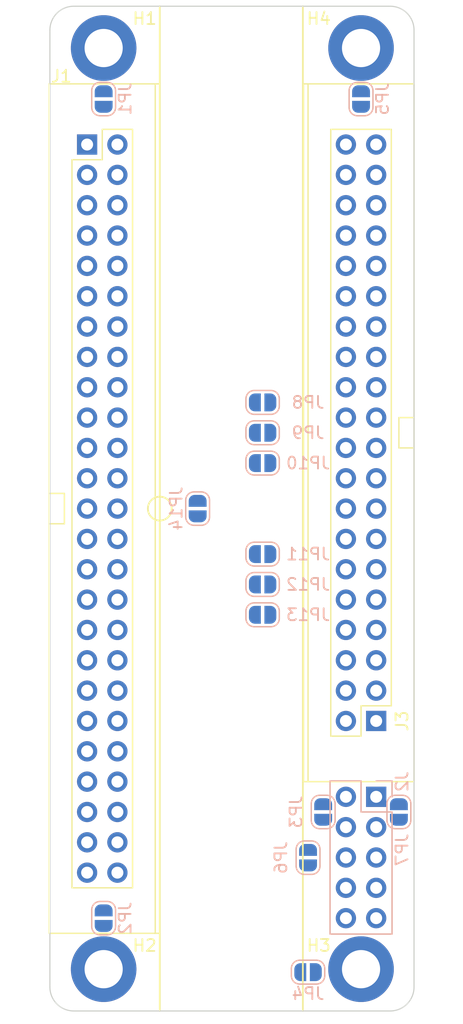
<source format=kicad_pcb>
(kicad_pcb (version 20211014) (generator pcbnew)
  (layers (0 "F.Cu" signal) (31 "B.Cu" signal) (34 "B.Paste" user) (35 "F.Paste" user) (36 "B.SilkS" user "B.Silkscreen") (37 "F.SilkS" user "F.Silkscreen") (38 "B.Mask" user) (39 "F.Mask" user) (44 "Edge.Cuts" user))
  (net 0 "")
  (net 1 "Net-(H1-Pad1)")
  (net 2 "Net-(H2-Pad1)")
  (net 3 "Net-(H3-Pad1)")
  (net 4 "Net-(H4-Pad1)")
  (net 5 "/PT_S1")
  (net 6 "/PT_F1")
  (net 7 "/PT_S2")
  (net 8 "/PT_F2")
  (net 9 "/PT_S3")
  (net 10 "/PT_F3")
  (net 11 "/PT_S4")
  (net 12 "/PT_F4")
  (net 13 "/PT_S5")
  (net 14 "/PT_F5")
  (net 15 "/PT_S6")
  (net 16 "/PT_F6")
  (net 17 "/PT_S7")
  (net 18 "/PT_F7")
  (net 19 "/PT_S8")
  (net 20 "/PT_F8")
  (net 21 "/PT_S9")
  (net 22 "/PT_F9")
  (net 23 "/PT_S10")
  (net 24 "/PT_F10")
  (net 25 "/PT_S11")
  (net 26 "/PT_F11")
  (net 27 "/PT_S12")
  (net 28 "/PT_F12")
  (net 29 "/PT_S13")
  (net 30 "/PT_F13")
  (net 31 "/PT_S14")
  (net 32 "/PT_F14")
  (net 33 "/PT_S15")
  (net 34 "/PT_F15")
  (net 35 "/PT_S16")
  (net 36 "/PT_F16")
  (net 37 "/PT_S17")
  (net 38 "/PT_F17")
  (net 39 "/PT_S18")
  (net 40 "/PT_F18")
  (net 41 "/PT_S19")
  (net 42 "/PT_F19")
  (net 43 "/PT_S20")
  (net 44 "/PT_F20")
  (net 45 "/RTD1")
  (net 46 "/RTD2")
  (net 47 "GND1")
  (net 48 "GND2")
  (net 49 "Earth_Protective")
  (net 50 "/RTD_B_F")
  (net 51 "/RTD_A_F")
  (net 52 "/RTD_B_S")
  (net 53 "/RTD_A_S")
  (net 54 "GND")
  (net 55 "GND3")
  (footprint "MountingHole:MountingHole_3.2mm_M3_ISO14580_Pad" (layer "F.Cu") (at 16.88084 38.56)
    (fp_text reference "H3" (at -3.54584 -1.98) (layer "F.SilkS"))
    (fp_text value "MountingHole_Pad")
    (pad "1" thru_hole circle (at 0 0) (size 5.5 5.5) (drill 3.2) (layers *.Cu *.Mask) (net 3 "Net-(H3-Pad1)"))
  )
  (footprint "MountingHole:MountingHole_3.2mm_M3_ISO14580_Pad" (layer "F.Cu") (at -4.70916 -38.56)
    (fp_text reference "H1" (at 3.43916 -2.465) (layer "F.SilkS"))
    (fp_text value "MountingHole_Pad")
    (pad "1" thru_hole circle (at 0 0) (size 5.5 5.5) (drill 3.2) (layers *.Cu *.Mask) (net 1 "Net-(H1-Pad1)"))
  )
  (footprint "MountingHole:MountingHole_3.2mm_M3_ISO14580_Pad" (layer "F.Cu") (at -4.70916 38.56)
    (fp_text reference "H2" (at 3.43916 -1.98) (layer "F.SilkS"))
    (fp_text value "MountingHole_Pad")
    (pad "1" thru_hole circle (at 0 0) (size 5.5 5.5) (drill 3.2) (layers *.Cu *.Mask) (net 2 "Net-(H2-Pad1)"))
  )
  (footprint "custom_footprints:TST-120-01-G-D" (layer "F.Cu") (at 18.15084 17.78 180)
    (fp_text reference "J3" (at -2.16916 0 270) (layer "F.SilkS"))
    (fp_text value "Conn_02x20_Odd_Even")
    (fp_line (start 1.27 1.27) (end -1.27 1.27) (layer "F.SilkS") (width 0.12))
    (fp_line (start 6.096 -5.08) (end 6.096 53.34) (layer "F.SilkS") (width 0.12))
    (fp_line (start -1.27 1.27) (end -1.27 49.53) (layer "F.SilkS") (width 0.12))
    (fp_line (start 3.81 -1.27) (end 3.81 49.53) (layer "F.SilkS") (width 0.12))
    (fp_line (start 5.715 53.34) (end 6.096 53.34) (layer "F.SilkS") (width 0.12))
    (fp_line (start 3.81 49.53) (end -1.27 49.53) (layer "F.SilkS") (width 0.12))
    (fp_line (start 5.715 -5.08) (end 6.096 -5.08) (layer "F.SilkS") (width 0.12))
    (fp_line (start -1.905 25.4) (end -1.905 22.86) (layer "F.SilkS") (width 0.12))
    (fp_line (start 3.81 -1.27) (end 1.27 -1.27) (layer "F.SilkS") (width 0.12))
    (fp_line (start 1.27 -1.27) (end 1.27 1.27) (layer "F.SilkS") (width 0.12))
    (fp_line (start -1.905 22.86) (end -3.175 22.86) (layer "F.SilkS") (width 0.12))
    (fp_line (start -1.905 25.4) (end -3.175 25.4) (layer "F.SilkS") (width 0.12))
    (fp_rect (start -3.175 -5.08) (end 5.715 53.34) (layer "F.SilkS") (width 0.12) (fill none))
    (pad "1" thru_hole rect (at 0 0 180) (size 1.7 1.7) (drill 1) (layers *.Cu *.Mask) (net 44 "/PT_F20"))
    (pad "2" thru_hole oval (at 2.54 0 180) (size 1.7 1.7) (drill 1) (layers *.Cu *.Mask) (net 43 "/PT_S20"))
    (pad "3" thru_hole oval (at 0 2.54 180) (size 1.7 1.7) (drill 1) (layers *.Cu *.Mask) (net 42 "/PT_F19"))
    (pad "4" thru_hole oval (at 2.54 2.54 180) (size 1.7 1.7) (drill 1) (layers *.Cu *.Mask) (net 41 "/PT_S19"))
    (pad "5" thru_hole oval (at 0 5.08 180) (size 1.7 1.7) (drill 1) (layers *.Cu *.Mask) (net 40 "/PT_F18"))
    (pad "6" thru_hole oval (at 2.54 5.08 180) (size 1.7 1.7) (drill 1) (layers *.Cu *.Mask) (net 39 "/PT_S18"))
    (pad "7" thru_hole oval (at 0 7.62 180) (size 1.7 1.7) (drill 1) (layers *.Cu *.Mask) (net 38 "/PT_F17"))
    (pad "8" thru_hole oval (at 2.54 7.62 180) (size 1.7 1.7) (drill 1) (layers *.Cu *.Mask) (net 37 "/PT_S17"))
    (pad "9" thru_hole oval (at 0 10.16 180) (size 1.7 1.7) (drill 1) (layers *.Cu *.Mask) (net 36 "/PT_F16"))
    (pad "10" thru_hole oval (at 2.54 10.16 180) (size 1.7 1.7) (drill 1) (layers *.Cu *.Mask) (net 35 "/PT_S16"))
    (pad "11" thru_hole oval (at 0 12.7 180) (size 1.7 1.7) (drill 1) (layers *.Cu *.Mask) (net 34 "/PT_F15"))
    (pad "12" thru_hole oval (at 2.54 12.7 180) (size 1.7 1.7) (drill 1) (layers *.Cu *.Mask) (net 33 "/PT_S15"))
    (pad "13" thru_hole oval (at 0 15.24 180) (size 1.7 1.7) (drill 1) (layers *.Cu *.Mask) (net 32 "/PT_F14"))
    (pad "14" thru_hole oval (at 2.54 15.24 180) (size 1.7 1.7) (drill 1) (layers *.Cu *.Mask) (net 31 "/PT_S14"))
    (pad "15" thru_hole oval (at 0 17.78 180) (size 1.7 1.7) (drill 1) (layers *.Cu *.Mask) (net 30 "/PT_F13"))
    (pad "16" thru_hole oval (at 2.54 17.78 180) (size 1.7 1.7) (drill 1) (layers *.Cu *.Mask) (net 29 "/PT_S13"))
    (pad "17" thru_hole oval (at 0 20.32 180) (size 1.7 1.7) (drill 1) (layers *.Cu *.Mask) (net 28 "/PT_F12"))
    (pad "18" thru_hole oval (at 2.54 20.32 180) (size 1.7 1.7) (drill 1) (layers *.Cu *.Mask) (net 27 "/PT_S12"))
    (pad "19" thru_hole oval (at 0 22.86 180) (size 1.7 1.7) (drill 1) (layers *.Cu *.Mask) (net 26 "/PT_F11"))
    (pad "20" thru_hole oval (at 2.54 22.86 180) (size 1.7 1.7) (drill 1) (layers *.Cu *.Mask) (net 25 "/PT_S11"))
    (pad "21" thru_hole oval (at 0 25.4 180) (size 1.7 1.7) (drill 1) (layers *.Cu *.Mask) (net 24 "/PT_F10"))
    (pad "22" thru_hole oval (at 2.54 25.4 180) (size 1.7 1.7) (drill 1) (layers *.Cu *.Mask) (net 23 "/PT_S10"))
    (pad "23" thru_hole oval (at 0 27.94 180) (size 1.7 1.7) (drill 1) (layers *.Cu *.Mask) (net 22 "/PT_F9"))
    (pad "24" thru_hole oval (at 2.54 27.94 180) (size 1.7 1.7) (drill 1) (layers *.Cu *.Mask) (net 21 "/PT_S9"))
    (pad "25" thru_hole oval (at 0 30.48 180) (size 1.7 1.7) (drill 1) (layers *.Cu *.Mask) (net 20 "/PT_F8"))
    (pad "26" thru_hole oval (at 2.54 30.48 180) (size 1.7 1.7) (drill 1) (layers *.Cu *.Mask) (net 19 "/PT_S8"))
    (pad "27" thru_hole oval (at 0 33.02 180) (size 1.7 1.7) (drill 1) (layers *.Cu *.Mask) (net 18 "/PT_F7"))
    (pad "28" thru_hole oval (at 2.54 33.02 180) (size 1.7 1.7) (drill 1) (layers *.Cu *.Mask) (net 17 "/PT_S7"))
    (pad "29" thru_hole oval (at 0 35.56 180) (size 1.7 1.7) (drill 1) (layers *.Cu *.Mask) (net 16 "/PT_F6"))
    (pad "30" thru_hole oval (at 2.54 35.56 180) (size 1.7 1.7) (drill 1) (layers *.Cu *.Mask) (net 15 "/PT_S6"))
    (pad "31" thru_hole oval (at 0 38.1 180) (size 1.7 1.7) (drill 1) (layers *.Cu *.Mask) (net 14 "/PT_F5"))
    (pad "32" thru_hole oval (at 2.54 38.1 180) (size 1.7 1.7) (drill 1) (layers *.Cu *.Mask) (net 13 "/PT_S5"))
    (pad "33" thru_hole oval (at 0 40.64 180) (size 1.7 1.7) (drill 1) (layers *.Cu *.Mask) (net 12 "/PT_F4"))
    (pad "34" thru_hole oval (at 2.54 40.64 180) (size 1.7 1.7) (drill 1) (layers *.Cu *.Mask) (net 11 "/PT_S4"))
    (pad "35" thru_hole oval (at 0 43.18 180) (size 1.7 1.7) (drill 1) (layers *.Cu *.Mask) (net 10 "/PT_F3"))
    (pad "36" thru_hole oval (at 2.54 43.18 180) (size 1.7 1.7) (drill 1) (layers *.Cu *.Mask) (net 9 "/PT_S3"))
    (pad "37" thru_hole oval (at 0 45.72 180) (size 1.7 1.7) (drill 1) (layers *.Cu *.Mask) (net 8 "/PT_F2"))
    (pad "38" thru_hole oval (at 2.54 45.72 180) (size 1.7 1.7) (drill 1) (layers *.Cu *.Mask) (net 7 "/PT_S2"))
    (pad "39" thru_hole oval (at 0 48.26 180) (size 1.7 1.7) (drill 1) (layers *.Cu *.Mask) (net 6 "/PT_F1"))
    (pad "40" thru_hole oval (at 2.54 48.26 180) (size 1.7 1.7) (drill 1) (layers *.Cu *.Mask) (net 5 "/PT_S1"))
  )
  (footprint "custom_footprints:TST-125-01-G-D" (layer "F.Cu") (at -6.096 -30.48)
    (fp_text reference "J1" (at -2.159 -5.715) (layer "F.SilkS"))
    (fp_text value "Conn_02x25_Odd_Even")
    (fp_line (start 1.27 -1.27) (end 1.27 1.27) (layer "F.SilkS") (width 0.12))
    (fp_line (start 3.81 -1.27) (end 3.81 62.23) (layer "F.SilkS") (width 0.12))
    (fp_line (start -1.905 31.75) (end -1.905 29.21) (layer "F.SilkS") (width 0.12))
    (fp_line (start 6.096 -5.08) (end 6.096 66.04) (layer "F.SilkS") (width 0.12))
    (fp_line (start -1.905 31.75) (end -3.175 31.75) (layer "F.SilkS") (width 0.12))
    (fp_line (start -1.27 1.27) (end -1.27 62.23) (layer "F.SilkS") (width 0.12))
    (fp_line (start 3.81 62.23) (end -1.27 62.23) (layer "F.SilkS") (width 0.12))
    (fp_line (start 1.27 1.27) (end -1.27 1.27) (layer "F.SilkS") (width 0.12))
    (fp_line (start -1.905 29.21) (end -3.175 29.21) (layer "F.SilkS") (width 0.12))
    (fp_line (start 5.715 66.04) (end 6.096 66.04) (layer "F.SilkS") (width 0.12))
    (fp_line (start 5.715 -5.08) (end 6.096 -5.08) (layer "F.SilkS") (width 0.12))
    (fp_line (start 3.81 -1.27) (end 1.27 -1.27) (layer "F.SilkS") (width 0.12))
    (fp_rect (start -3.175 -5.08) (end 5.715 66.04) (layer "F.SilkS") (width 0.12) (fill none))
    (pad "1" thru_hole rect (at 0 0) (size 1.7 1.7) (drill 1) (layers *.Cu *.Mask) (net 5 "/PT_S1"))
    (pad "2" thru_hole oval (at 2.54 0) (size 1.7 1.7) (drill 1) (layers *.Cu *.Mask) (net 6 "/PT_F1"))
    (pad "3" thru_hole oval (at 0 2.54) (size 1.7 1.7) (drill 1) (layers *.Cu *.Mask) (net 7 "/PT_S2"))
    (pad "4" thru_hole oval (at 2.54 2.54) (size 1.7 1.7) (drill 1) (layers *.Cu *.Mask) (net 8 "/PT_F2"))
    (pad "5" thru_hole oval (at 0 5.08) (size 1.7 1.7) (drill 1) (layers *.Cu *.Mask) (net 9 "/PT_S3"))
    (pad "6" thru_hole oval (at 2.54 5.08) (size 1.7 1.7) (drill 1) (layers *.Cu *.Mask) (net 10 "/PT_F3"))
    (pad "7" thru_hole oval (at 0 7.62) (size 1.7 1.7) (drill 1) (layers *.Cu *.Mask) (net 11 "/PT_S4"))
    (pad "8" thru_hole oval (at 2.54 7.62) (size 1.7 1.7) (drill 1) (layers *.Cu *.Mask) (net 12 "/PT_F4"))
    (pad "9" thru_hole oval (at 0 10.16) (size 1.7 1.7) (drill 1) (layers *.Cu *.Mask) (net 13 "/PT_S5"))
    (pad "10" thru_hole oval (at 2.54 10.16) (size 1.7 1.7) (drill 1) (layers *.Cu *.Mask) (net 14 "/PT_F5"))
    (pad "11" thru_hole oval (at 0 12.7) (size 1.7 1.7) (drill 1) (layers *.Cu *.Mask) (net 15 "/PT_S6"))
    (pad "12" thru_hole oval (at 2.54 12.7) (size 1.7 1.7) (drill 1) (layers *.Cu *.Mask) (net 16 "/PT_F6"))
    (pad "13" thru_hole oval (at 0 15.24) (size 1.7 1.7) (drill 1) (layers *.Cu *.Mask) (net 17 "/PT_S7"))
    (pad "14" thru_hole oval (at 2.54 15.24) (size 1.7 1.7) (drill 1) (layers *.Cu *.Mask) (net 18 "/PT_F7"))
    (pad "15" thru_hole oval (at 0 17.78) (size 1.7 1.7) (drill 1) (layers *.Cu *.Mask) (net 19 "/PT_S8"))
    (pad "16" thru_hole oval (at 2.54 17.78) (size 1.7 1.7) (drill 1) (layers *.Cu *.Mask) (net 20 "/PT_F8"))
    (pad "17" thru_hole oval (at 0 20.32) (size 1.7 1.7) (drill 1) (layers *.Cu *.Mask) (net 21 "/PT_S9"))
    (pad "18" thru_hole oval (at 2.54 20.32) (size 1.7 1.7) (drill 1) (layers *.Cu *.Mask) (net 22 "/PT_F9"))
    (pad "19" thru_hole oval (at 0 22.86) (size 1.7 1.7) (drill 1) (layers *.Cu *.Mask) (net 23 "/PT_S10"))
    (pad "20" thru_hole oval (at 2.54 22.86) (size 1.7 1.7) (drill 1) (layers *.Cu *.Mask) (net 24 "/PT_F10"))
    (pad "21" thru_hole oval (at 0 25.4) (size 1.7 1.7) (drill 1) (layers *.Cu *.Mask) (net 25 "/PT_S11"))
    (pad "22" thru_hole oval (at 2.54 25.4) (size 1.7 1.7) (drill 1) (layers *.Cu *.Mask) (net 26 "/PT_F11"))
    (pad "23" thru_hole oval (at 0 27.94) (size 1.7 1.7) (drill 1) (layers *.Cu *.Mask) (net 27 "/PT_S12"))
    (pad "24" thru_hole oval (at 2.54 27.94) (size 1.7 1.7) (drill 1) (layers *.Cu *.Mask) (net 28 "/PT_F12"))
    (pad "25" thru_hole oval (at 0 30.48) (size 1.7 1.7) (drill 1) (layers *.Cu *.Mask) (net 29 "/PT_S13"))
    (pad "26" thru_hole oval (at 2.54 30.48) (size 1.7 1.7) (drill 1) (layers *.Cu *.Mask) (net 30 "/PT_F13"))
    (pad "27" thru_hole oval (at 0 33.02) (size 1.7 1.7) (drill 1) (layers *.Cu *.Mask) (net 31 "/PT_S14"))
    (pad "28" thru_hole oval (at 2.54 33.02) (size 1.7 1.7) (drill 1) (layers *.Cu *.Mask) (net 32 "/PT_F14"))
    (pad "29" thru_hole oval (at 0 35.56) (size 1.7 1.7) (drill 1) (layers *.Cu *.Mask) (net 33 "/PT_S15"))
    (pad "30" thru_hole oval (at 2.54 35.56) (size 1.7 1.7) (drill 1) (layers *.Cu *.Mask) (net 34 "/PT_F15"))
    (pad "31" thru_hole oval (at 0 38.1) (size 1.7 1.7) (drill 1) (layers *.Cu *.Mask) (net 35 "/PT_S16"))
    (pad "32" thru_hole oval (at 2.54 38.1) (size 1.7 1.7) (drill 1) (layers *.Cu *.Mask) (net 36 "/PT_F16"))
    (pad "33" thru_hole oval (at 0 40.64) (size 1.7 1.7) (drill 1) (layers *.Cu *.Mask) (net 37 "/PT_S17"))
    (pad "34" thru_hole oval (at 2.54 40.64) (size 1.7 1.7) (drill 1) (layers *.Cu *.Mask) (net 38 "/PT_F17"))
    (pad "35" thru_hole oval (at 0 43.18) (size 1.7 1.7) (drill 1) (layers *.Cu *.Mask) (net 39 "/PT_S18"))
    (pad "36" thru_hole oval (at 2.54 43.18) (size 1.7 1.7) (drill 1) (layers *.Cu *.Mask) (net 40 "/PT_F18"))
    (pad "37" thru_hole oval (at 0 45.72) (size 1.7 1.7) (drill 1) (layers *.Cu *.Mask) (net 41 "/PT_S19"))
    (pad "38" thru_hole oval (at 2.54 45.72) (size 1.7 1.7) (drill 1) (layers *.Cu *.Mask) (net 42 "/PT_F19"))
    (pad "39" thru_hole oval (at 0 48.26) (size 1.7 1.7) (drill 1) (layers *.Cu *.Mask) (net 43 "/PT_S20"))
    (pad "40" thru_hole oval (at 2.54 48.26) (size 1.7 1.7) (drill 1) (layers *.Cu *.Mask) (net 44 "/PT_F20"))
    (pad "41" thru_hole oval (at 0 50.8) (size 1.7 1.7) (drill 1) (layers *.Cu *.Mask) (net 45 "/RTD1"))
    (pad "42" thru_hole oval (at 2.54 50.8) (size 1.7 1.7) (drill 1) (layers *.Cu *.Mask) (net 46 "/RTD2"))
    (pad "43" thru_hole oval (at 0 53.34) (size 1.7 1.7) (drill 1) (layers *.Cu *.Mask) (net 45 "/RTD1"))
    (pad "44" thru_hole oval (at 2.54 53.34) (size 1.7 1.7) (drill 1) (layers *.Cu *.Mask) (net 46 "/RTD2"))
    (pad "45" thru_hole oval (at 0 55.88) (size 1.7 1.7) (drill 1) (layers *.Cu *.Mask) (net 47 "GND1"))
    (pad "46" thru_hole oval (at 2.54 55.88) (size 1.7 1.7) (drill 1) (layers *.Cu *.Mask) (net 48 "GND2"))
    (pad "47" thru_hole oval (at 0 58.42) (size 1.7 1.7) (drill 1) (layers *.Cu *.Mask) (net 49 "Earth_Protective"))
    (pad "48" thru_hole oval (at 2.54 58.42) (size 1.7 1.7) (drill 1) (layers *.Cu *.Mask) (net 49 "Earth_Protective"))
    (pad "49" thru_hole oval (at 0 60.96) (size 1.7 1.7) (drill 1) (layers *.Cu *.Mask) (net 49 "Earth_Protective"))
    (pad "50" thru_hole oval (at 2.54 60.96) (size 1.7 1.7) (drill 1) (layers *.Cu *.Mask) (net 49 "Earth_Protective"))
  )
  (footprint "MountingHole:MountingHole_3.2mm_M3_ISO14580_Pad" (layer "F.Cu") (at 16.88084 -38.56)
    (fp_text reference "H4" (at -3.54584 -2.465) (layer "F.SilkS"))
    (fp_text value "MountingHole_Pad")
    (pad "1" thru_hole circle (at 0 0) (size 5.5 5.5) (drill 3.2) (layers *.Cu *.Mask) (net 4 "Net-(H4-Pad1)"))
  )
  (footprint "Jumper:SolderJumper-2_P1.3mm_Open_RoundedPad1.0x1.5mm" (layer "B.Cu") (at 8.62584 -3.81 180)
    (fp_text reference "JP10" (at -3.81 0) (layer "B.SilkS") (effects (justify mirror)))
    (fp_text value "SolderJumper_2_Open")
    (fp_line (start -1.4 -0.3) (end -1.4 0.3) (layer "B.SilkS") (width 0.12))
    (fp_line (start 0.7 -1) (end -0.7 -1) (layer "B.SilkS") (width 0.12))
    (fp_line (start 1.4 0.3) (end 1.4 -0.3) (layer "B.SilkS") (width 0.12))
    (fp_line (start -0.7 1) (end 0.7 1) (layer "B.SilkS") (width 0.12))
    (fp_arc (start 0.7 -1) (mid 1.194975 -0.794975) (end 1.4 -0.3) (layer "B.SilkS") (width 0.12))
    (fp_arc (start 1.4 0.3) (mid 1.194975 0.794975) (end 0.7 1) (layer "B.SilkS") (width 0.12))
    (fp_arc (start -1.4 -0.3) (mid -1.194975 -0.794975) (end -0.7 -1) (layer "B.SilkS") (width 0.12))
    (fp_arc (start -0.7 1) (mid -1.194975 0.794975) (end -1.4 0.3) (layer "B.SilkS") (width 0.12))
    (pad "1" smd custom (at -0.65 0 180) (size 1 0.5) (layers "B.Cu" "B.Mask") (net 48 "GND2") (options (clearance outline) (anchor rect)) (primitives (gr_circle (center 0 -0.25) (end 0.5 -0.25) (width 0) (fill yes)) (gr_circle (center 0 0.25) (end 0.5 0.25) (width 0) (fill yes)) (gr_poly (pts (xy 0.5 -0.75) (xy 0 -0.75) (xy 0 0.75) (xy 0.5 0.75)) (width 0) (fill yes))))
    (pad "2" smd custom (at 0.65 0 180) (size 1 0.5) (layers "B.Cu" "B.Mask") (net 54 "GND") (options (clearance outline) (anchor rect)) (primitives (gr_circle (center 0 -0.25) (end 0.5 -0.25) (width 0) (fill yes)) (gr_circle (center 0 0.25) (end 0.5 0.25) (width 0) (fill yes)) (gr_poly (pts (xy 0 -0.75) (xy -0.5 -0.75) (xy -0.5 0.75) (xy 0 0.75)) (width 0) (fill yes))))
  )
  (footprint "Jumper:SolderJumper-2_P1.3mm_Open_RoundedPad1.0x1.5mm" (layer "B.Cu") (at -4.70916 -34.29 90)
    (fp_text reference "JP1" (at 0 1.8 90) (layer "B.SilkS") (effects (justify mirror)))
    (fp_text value "SolderJumper_2_Open")
    (fp_line (start -0.7 1) (end 0.7 1) (layer "B.SilkS") (width 0.12))
    (fp_line (start 0.7 -1) (end -0.7 -1) (layer "B.SilkS") (width 0.12))
    (fp_line (start 1.4 0.3) (end 1.4 -0.3) (layer "B.SilkS") (width 0.12))
    (fp_line (start -1.4 -0.3) (end -1.4 0.3) (layer "B.SilkS") (width 0.12))
    (fp_arc (start 0.7 -1) (mid 1.194975 -0.794975) (end 1.4 -0.3) (layer "B.SilkS") (width 0.12))
    (fp_arc (start -1.4 -0.3) (mid -1.194975 -0.794975) (end -0.7 -1) (layer "B.SilkS") (width 0.12))
    (fp_arc (start 1.4 0.3) (mid 1.194975 0.794975) (end 0.7 1) (layer "B.SilkS") (width 0.12))
    (fp_arc (start -0.7 1) (mid -1.194975 0.794975) (end -1.4 0.3) (layer "B.SilkS") (width 0.12))
    (pad "1" smd custom (at -0.65 0 90) (size 1 0.5) (layers "B.Cu" "B.Mask") (net 49 "Earth_Protective") (options (clearance outline) (anchor rect)) (primitives (gr_circle (center 0 -0.25) (end 0.5 -0.25) (width 0) (fill yes)) (gr_circle (center 0 0.25) (end 0.5 0.25) (width 0) (fill yes)) (gr_poly (pts (xy 0.5 -0.75) (xy 0 -0.75) (xy 0 0.75) (xy 0.5 0.75)) (width 0) (fill yes))))
    (pad "2" smd custom (at 0.65 0 90) (size 1 0.5) (layers "B.Cu" "B.Mask") (net 1 "Net-(H1-Pad1)") (options (clearance outline) (anchor rect)) (primitives (gr_circle (center 0 -0.25) (end 0.5 -0.25) (width 0) (fill yes)) (gr_circle (center 0 0.25) (end 0.5 0.25) (width 0) (fill yes)) (gr_poly (pts (xy 0 -0.75) (xy -0.5 -0.75) (xy -0.5 0.75) (xy 0 0.75)) (width 0) (fill yes))))
  )
  (footprint "Jumper:SolderJumper-2_P1.3mm_Open_RoundedPad1.0x1.5mm" (layer "B.Cu") (at 13.70584 25.4 90)
    (fp_text reference "JP3" (at 0 -2.27584 90) (layer "B.SilkS") (effects (justify mirror)))
    (fp_text value "SolderJumper_2_Open")
    (fp_line (start -1.4 -0.3) (end -1.4 0.3) (layer "B.SilkS") (width 0.12))
    (fp_line (start 0.7 -1) (end -0.7 -1) (layer "B.SilkS") (width 0.12))
    (fp_line (start -0.7 1) (end 0.7 1) (layer "B.SilkS") (width 0.12))
    (fp_line (start 1.4 0.3) (end 1.4 -0.3) (layer "B.SilkS") (width 0.12))
    (fp_arc (start -1.4 -0.3) (mid -1.194975 -0.794975) (end -0.7 -1) (layer "B.SilkS") (width 0.12))
    (fp_arc (start 0.7 -1) (mid 1.194975 -0.794975) (end 1.4 -0.3) (layer "B.SilkS") (width 0.12))
    (fp_arc (start 1.4 0.3) (mid 1.194975 0.794975) (end 0.7 1) (layer "B.SilkS") (width 0.12))
    (fp_arc (start -0.7 1) (mid -1.194975 0.794975) (end -1.4 0.3) (layer "B.SilkS") (width 0.12))
    (pad "1" smd custom (at -0.65 0 90) (size 1 0.5) (layers "B.Cu" "B.Mask") (net 52 "/RTD_B_S") (options (clearance outline) (anchor rect)) (primitives (gr_circle (center 0 -0.25) (end 0.5 -0.25) (width 0) (fill yes)) (gr_circle (center 0 0.25) (end 0.5 0.25) (width 0) (fill yes)) (gr_poly (pts (xy 0.5 -0.75) (xy 0 -0.75) (xy 0 0.75) (xy 0.5 0.75)) (width 0) (fill yes))))
    (pad "2" smd custom (at 0.65 0 90) (size 1 0.5) (layers "B.Cu" "B.Mask") (net 50 "/RTD_B_F") (options (clearance outline) (anchor rect)) (primitives (gr_circle (center 0 -0.25) (end 0.5 -0.25) (width 0) (fill yes)) (gr_circle (center 0 0.25) (end 0.5 0.25) (width 0) (fill yes)) (gr_poly (pts (xy 0 -0.75) (xy -0.5 -0.75) (xy -0.5 0.75) (xy 0 0.75)) (width 0) (fill yes))))
  )
  (footprint "Jumper:SolderJumper-2_P1.3mm_Open_RoundedPad1.0x1.5mm" (layer "B.Cu") (at 3.175 0 -90)
    (fp_text reference "JP14" (at 0 1.8 90) (layer "B.SilkS") (effects (justify mirror)))
    (fp_text value "SolderJumper_2_Open")
    (fp_line (start 1.4 0.3) (end 1.4 -0.3) (layer "B.SilkS") (width 0.12))
    (fp_line (start -0.7 1) (end 0.7 1) (layer "B.SilkS") (width 0.12))
    (fp_line (start -1.4 -0.3) (end -1.4 0.3) (layer "B.SilkS") (width 0.12))
    (fp_line (start 0.7 -1) (end -0.7 -1) (layer "B.SilkS") (width 0.12))
    (fp_arc (start -0.7 1) (mid -1.194975 0.794975) (end -1.4 0.3) (layer "B.SilkS") (width 0.12))
    (fp_arc (start -1.4 -0.3) (mid -1.194975 -0.794975) (end -0.7 -1) (layer "B.SilkS") (width 0.12))
    (fp_arc (start 1.4 0.3) (mid 1.194975 0.794975) (end 0.7 1) (layer "B.SilkS") (width 0.12))
    (fp_arc (start 0.7 -1) (mid 1.194975 -0.794975) (end 1.4 -0.3) (layer "B.SilkS") (width 0.12))
    (pad "1" smd custom (at -0.65 0 270) (size 1 0.5) (layers "B.Cu" "B.Mask") (net 54 "GND") (options (clearance outline) (anchor rect)) (primitives (gr_circle (center 0 -0.25) (end 0.5 -0.25) (width 0) (fill yes)) (gr_circle (center 0 0.25) (end 0.5 0.25) (width 0) (fill yes)) (gr_poly (pts (xy 0.5 -0.75) (xy 0 -0.75) (xy 0 0.75) (xy 0.5 0.75)) (width 0) (fill yes))))
    (pad "2" smd custom (at 0.65 0 270) (size 1 0.5) (layers "B.Cu" "B.Mask") (net 55 "GND3") (options (clearance outline) (anchor rect)) (primitives (gr_circle (center 0 -0.25) (end 0.5 -0.25) (width 0) (fill yes)) (gr_circle (center 0 0.25) (end 0.5 0.25) (width 0) (fill yes)) (gr_poly (pts (xy 0 -0.75) (xy -0.5 -0.75) (xy -0.5 0.75) (xy 0 0.75)) (width 0) (fill yes))))
  )
  (footprint "Jumper:SolderJumper-2_P1.3mm_Open_RoundedPad1.0x1.5mm" (layer "B.Cu") (at -4.70916 34.29 90)
    (fp_text reference "JP2" (at 0 1.8 90) (layer "B.SilkS") (effects (justify mirror)))
    (fp_text value "SolderJumper_2_Open")
    (fp_line (start -1.4 -0.3) (end -1.4 0.3) (layer "B.SilkS") (width 0.12))
    (fp_line (start 0.7 -1) (end -0.7 -1) (layer "B.SilkS") (width 0.12))
    (fp_line (start 1.4 0.3) (end 1.4 -0.3) (layer "B.SilkS") (width 0.12))
    (fp_line (start -0.7 1) (end 0.7 1) (layer "B.SilkS") (width 0.12))
    (fp_arc (start 0.7 -1) (mid 1.194975 -0.794975) (end 1.4 -0.3) (layer "B.SilkS") (width 0.12))
    (fp_arc (start 1.4 0.3) (mid 1.194975 0.794975) (end 0.7 1) (layer "B.SilkS") (width 0.12))
    (fp_arc (start -0.7 1) (mid -1.194975 0.794975) (end -1.4 0.3) (layer "B.SilkS") (width 0.12))
    (fp_arc (start -1.4 -0.3) (mid -1.194975 -0.794975) (end -0.7 -1) (layer "B.SilkS") (width 0.12))
    (pad "1" smd custom (at -0.65 0 90) (size 1 0.5) (layers "B.Cu" "B.Mask") (net 49 "Earth_Protective") (options (clearance outline) (anchor rect)) (primitives (gr_circle (center 0 -0.25) (end 0.5 -0.25) (width 0) (fill yes)) (gr_circle (center 0 0.25) (end 0.5 0.25) (width 0) (fill yes)) (gr_poly (pts (xy 0.5 -0.75) (xy 0 -0.75) (xy 0 0.75) (xy 0.5 0.75)) (width 0) (fill yes))))
    (pad "2" smd custom (at 0.65 0 90) (size 1 0.5) (layers "B.Cu" "B.Mask") (net 2 "Net-(H2-Pad1)") (options (clearance outline) (anchor rect)) (primitives (gr_circle (center 0 -0.25) (end 0.5 -0.25) (width 0) (fill yes)) (gr_circle (center 0 0.25) (end 0.5 0.25) (width 0) (fill yes)) (gr_poly (pts (xy 0 -0.75) (xy -0.5 -0.75) (xy -0.5 0.75) (xy 0 0.75)) (width 0) (fill yes))))
  )
  (footprint "Jumper:SolderJumper-2_P1.3mm_Open_RoundedPad1.0x1.5mm" (layer "B.Cu") (at 12.43584 29.225 90)
    (fp_text reference "JP6" (at 0 -2.27584 90) (layer "B.SilkS") (effects (justify mirror)))
    (fp_text value "SolderJumper_2_Open")
    (fp_line (start -1.4 -0.3) (end -1.4 0.3) (layer "B.SilkS") (width 0.12))
    (fp_line (start 0.7 -1) (end -0.7 -1) (layer "B.SilkS") (width 0.12))
    (fp_line (start -0.7 1) (end 0.7 1) (layer "B.SilkS") (width 0.12))
    (fp_line (start 1.4 0.3) (end 1.4 -0.3) (layer "B.SilkS") (width 0.12))
    (fp_arc (start -1.4 -0.3) (mid -1.194975 -0.794975) (end -0.7 -1) (layer "B.SilkS") (width 0.12))
    (fp_arc (start -0.7 1) (mid -1.194975 0.794975) (end -1.4 0.3) (layer "B.SilkS") (width 0.12))
    (fp_arc (start 0.7 -1) (mid 1.194975 -0.794975) (end 1.4 -0.3) (layer "B.SilkS") (width 0.12))
    (fp_arc (start 1.4 0.3) (mid 1.194975 0.794975) (end 0.7 1) (layer "B.SilkS") (width 0.12))
    (pad "1" smd custom (at -0.65 0 90) (size 1 0.5) (layers "B.Cu" "B.Mask") (net 47 "GND1") (options (clearance outline) (anchor rect)) (primitives (gr_circle (center 0 -0.25) (end 0.5 -0.25) (width 0) (fill yes)) (gr_circle (center 0 0.25) (end 0.5 0.25) (width 0) (fill yes)) (gr_poly (pts (xy 0.5 -0.75) (xy 0 -0.75) (xy 0 0.75) (xy 0.5 0.75)) (width 0) (fill yes))))
    (pad "2" smd custom (at 0.65 0 90) (size 1 0.5) (layers "B.Cu" "B.Mask") (net 48 "GND2") (options (clearance outline) (anchor rect)) (primitives (gr_circle (center 0 -0.25) (end 0.5 -0.25) (width 0) (fill yes)) (gr_circle (center 0 0.25) (end 0.5 0.25) (width 0) (fill yes)) (gr_poly (pts (xy 0 -0.75) (xy -0.5 -0.75) (xy -0.5 0.75) (xy 0 0.75)) (width 0) (fill yes))))
  )
  (footprint "Jumper:SolderJumper-2_P1.3mm_Open_RoundedPad1.0x1.5mm" (layer "B.Cu") (at 8.62584 -6.35 180)
    (fp_text reference "JP9" (at -3.81 0) (layer "B.SilkS") (effects (justify mirror)))
    (fp_text value "SolderJumper_2_Open")
    (fp_line (start 0.7 -1) (end -0.7 -1) (layer "B.SilkS") (width 0.12))
    (fp_line (start -0.7 1) (end 0.7 1) (layer "B.SilkS") (width 0.12))
    (fp_line (start -1.4 -0.3) (end -1.4 0.3) (layer "B.SilkS") (width 0.12))
    (fp_line (start 1.4 0.3) (end 1.4 -0.3) (layer "B.SilkS") (width 0.12))
    (fp_arc (start -0.7 1) (mid -1.194975 0.794975) (end -1.4 0.3) (layer "B.SilkS") (width 0.12))
    (fp_arc (start 0.7 -1) (mid 1.194975 -0.794975) (end 1.4 -0.3) (layer "B.SilkS") (width 0.12))
    (fp_arc (start 1.4 0.3) (mid 1.194975 0.794975) (end 0.7 1) (layer "B.SilkS") (width 0.12))
    (fp_arc (start -1.4 -0.3) (mid -1.194975 -0.794975) (end -0.7 -1) (layer "B.SilkS") (width 0.12))
    (pad "1" smd custom (at -0.65 0 180) (size 1 0.5) (layers "B.Cu" "B.Mask") (net 47 "GND1") (options (clearance outline) (anchor rect)) (primitives (gr_circle (center 0 -0.25) (end 0.5 -0.25) (width 0) (fill yes)) (gr_circle (center 0 0.25) (end 0.5 0.25) (width 0) (fill yes)) (gr_poly (pts (xy 0.5 -0.75) (xy 0 -0.75) (xy 0 0.75) (xy 0.5 0.75)) (width 0) (fill yes))))
    (pad "2" smd custom (at 0.65 0 180) (size 1 0.5) (layers "B.Cu" "B.Mask") (net 54 "GND") (options (clearance outline) (anchor rect)) (primitives (gr_circle (center 0 -0.25) (end 0.5 -0.25) (width 0) (fill yes)) (gr_circle (center 0 0.25) (end 0.5 0.25) (width 0) (fill yes)) (gr_poly (pts (xy 0 -0.75) (xy -0.5 -0.75) (xy -0.5 0.75) (xy 0 0.75)) (width 0) (fill yes))))
  )
  (footprint "Jumper:SolderJumper-2_P1.3mm_Open_RoundedPad1.0x1.5mm" (layer "B.Cu") (at 8.62584 8.89 180)
    (fp_text reference "JP13" (at -3.81 0) (layer "B.SilkS") (effects (justify mirror)))
    (fp_text value "SolderJumper_2_Open")
    (fp_line (start -1.4 -0.3) (end -1.4 0.3) (layer "B.SilkS") (width 0.12))
    (fp_line (start 0.7 -1) (end -0.7 -1) (layer "B.SilkS") (width 0.12))
    (fp_line (start -0.7 1) (end 0.7 1) (layer "B.SilkS") (width 0.12))
    (fp_line (start 1.4 0.3) (end 1.4 -0.3) (layer "B.SilkS") (width 0.12))
    (fp_arc (start -0.7 1) (mid -1.194975 0.794975) (end -1.4 0.3) (layer "B.SilkS") (width 0.12))
    (fp_arc (start 0.7 -1) (mid 1.194975 -0.794975) (end 1.4 -0.3) (layer "B.SilkS") (width 0.12))
    (fp_arc (start 1.4 0.3) (mid 1.194975 0.794975) (end 0.7 1) (layer "B.SilkS") (width 0.12))
    (fp_arc (start -1.4 -0.3) (mid -1.194975 -0.794975) (end -0.7 -1) (layer "B.SilkS") (width 0.12))
    (pad "1" smd custom (at -0.65 0 180) (size 1 0.5) (layers "B.Cu" "B.Mask") (net 48 "GND2") (options (clearance outline) (anchor rect)) (primitives (gr_circle (center 0 -0.25) (end 0.5 -0.25) (width 0) (fill yes)) (gr_circle (center 0 0.25) (end 0.5 0.25) (width 0) (fill yes)) (gr_poly (pts (xy 0.5 -0.75) (xy 0 -0.75) (xy 0 0.75) (xy 0.5 0.75)) (width 0) (fill yes))))
    (pad "2" smd custom (at 0.65 0 180) (size 1 0.5) (layers "B.Cu" "B.Mask") (net 55 "GND3") (options (clearance outline) (anchor rect)) (primitives (gr_circle (center 0 -0.25) (end 0.5 -0.25) (width 0) (fill yes)) (gr_circle (center 0 0.25) (end 0.5 0.25) (width 0) (fill yes)) (gr_poly (pts (xy 0 -0.75) (xy -0.5 -0.75) (xy -0.5 0.75) (xy 0 0.75)) (width 0) (fill yes))))
  )
  (footprint "Jumper:SolderJumper-2_P1.3mm_Open_RoundedPad1.0x1.5mm" (layer "B.Cu") (at 8.62584 3.81 180)
    (fp_text reference "JP11" (at -3.81 0) (layer "B.SilkS") (effects (justify mirror)))
    (fp_text value "SolderJumper_2_Open")
    (fp_line (start -1.4 -0.3) (end -1.4 0.3) (layer "B.SilkS") (width 0.12))
    (fp_line (start -0.7 1) (end 0.7 1) (layer "B.SilkS") (width 0.12))
    (fp_line (start 0.7 -1) (end -0.7 -1) (layer "B.SilkS") (width 0.12))
    (fp_line (start 1.4 0.3) (end 1.4 -0.3) (layer "B.SilkS") (width 0.12))
    (fp_arc (start -0.7 1) (mid -1.194975 0.794975) (end -1.4 0.3) (layer "B.SilkS") (width 0.12))
    (fp_arc (start -1.4 -0.3) (mid -1.194975 -0.794975) (end -0.7 -1) (layer "B.SilkS") (width 0.12))
    (fp_arc (start 1.4 0.3) (mid 1.194975 0.794975) (end 0.7 1) (layer "B.SilkS") (width 0.12))
    (fp_arc (start 0.7 -1) (mid 1.194975 -0.794975) (end 1.4 -0.3) (layer "B.SilkS") (width 0.12))
    (pad "1" smd custom (at -0.65 0 180) (size 1 0.5) (layers "B.Cu" "B.Mask") (net 49 "Earth_Protective") (options (clearance outline) (anchor rect)) (primitives (gr_circle (center 0 -0.25) (end 0.5 -0.25) (width 0) (fill yes)) (gr_circle (center 0 0.25) (end 0.5 0.25) (width 0) (fill yes)) (gr_poly (pts (xy 0.5 -0.75) (xy 0 -0.75) (xy 0 0.75) (xy 0.5 0.75)) (width 0) (fill yes))))
    (pad "2" smd custom (at 0.65 0 180) (size 1 0.5) (layers "B.Cu" "B.Mask") (net 55 "GND3") (options (clearance outline) (anchor rect)) (primitives (gr_circle (center 0 -0.25) (end 0.5 -0.25) (width 0) (fill yes)) (gr_circle (center 0 0.25) (end 0.5 0.25) (width 0) (fill yes)) (gr_poly (pts (xy 0 -0.75) (xy -0.5 -0.75) (xy -0.5 0.75) (xy 0 0.75)) (width 0) (fill yes))))
  )
  (footprint "Jumper:SolderJumper-2_P1.3mm_Open_RoundedPad1.0x1.5mm" (layer "B.Cu") (at 12.43584 38.81)
    (fp_text reference "JP4" (at 0 1.8) (layer "B.SilkS") (effects (justify mirror)))
    (fp_text value "SolderJumper_2_Open")
    (fp_line (start -0.7 1) (end 0.7 1) (layer "B.SilkS") (width 0.12))
    (fp_line (start 1.4 0.3) (end 1.4 -0.3) (layer "B.SilkS") (width 0.12))
    (fp_line (start -1.4 -0.3) (end -1.4 0.3) (layer "B.SilkS") (width 0.12))
    (fp_line (start 0.7 -1) (end -0.7 -1) (layer "B.SilkS") (width 0.12))
    (fp_arc (start 1.4 0.3) (mid 1.194975 0.794975) (end 0.7 1) (layer "B.SilkS") (width 0.12))
    (fp_arc (start -1.4 -0.3) (mid -1.194975 -0.794975) (end -0.7 -1) (layer "B.SilkS") (width 0.12))
    (fp_arc (start 0.7 -1) (mid 1.194975 -0.794975) (end 1.4 -0.3) (layer "B.SilkS") (width 0.12))
    (fp_arc (start -0.7 1) (mid -1.194975 0.794975) (end -1.4 0.3) (layer "B.SilkS") (width 0.12))
    (pad "1" smd custom (at -0.65 0) (size 1 0.5) (layers "B.Cu" "B.Mask") (net 49 "Earth_Protective") (options (clearance outline) (anchor rect)) (primitives (gr_circle (center 0 -0.25) (end 0.5 -0.25) (width 0) (fill yes)) (gr_circle (center 0 0.25) (end 0.5 0.25) (width 0) (fill yes)) (gr_poly (pts (xy 0.5 -0.75) (xy 0 -0.75) (xy 0 0.75) (xy 0.5 0.75)) (width 0) (fill yes))))
    (pad "2" smd custom (at 0.65 0) (size 1 0.5) (layers "B.Cu" "B.Mask") (net 3 "Net-(H3-Pad1)") (options (clearance outline) (anchor rect)) (primitives (gr_circle (center 0 -0.25) (end 0.5 -0.25) (width 0) (fill yes)) (gr_circle (center 0 0.25) (end 0.5 0.25) (width 0) (fill yes)) (gr_poly (pts (xy 0 -0.75) (xy -0.5 -0.75) (xy -0.5 0.75) (xy 0 0.75)) (width 0) (fill yes))))
  )
  (footprint "Jumper:SolderJumper-2_P1.3mm_Open_RoundedPad1.0x1.5mm" (layer "B.Cu") (at 8.62584 6.35 180)
    (fp_text reference "JP12" (at -3.81 0) (layer "B.SilkS") (effects (justify mirror)))
    (fp_text value "SolderJumper_2_Open")
    (fp_line (start -0.7 1) (end 0.7 1) (layer "B.SilkS") (width 0.12))
    (fp_line (start 0.7 -1) (end -0.7 -1) (layer "B.SilkS") (width 0.12))
    (fp_line (start 1.4 0.3) (end 1.4 -0.3) (layer "B.SilkS") (width 0.12))
    (fp_line (start -1.4 -0.3) (end -1.4 0.3) (layer "B.SilkS") (width 0.12))
    (fp_arc (start 0.7 -1) (mid 1.194975 -0.794975) (end 1.4 -0.3) (layer "B.SilkS") (width 0.12))
    (fp_arc (start -0.7 1) (mid -1.194975 0.794975) (end -1.4 0.3) (layer "B.SilkS") (width 0.12))
    (fp_arc (start 1.4 0.3) (mid 1.194975 0.794975) (end 0.7 1) (layer "B.SilkS") (width 0.12))
    (fp_arc (start -1.4 -0.3) (mid -1.194975 -0.794975) (end -0.7 -1) (layer "B.SilkS") (width 0.12))
    (pad "1" smd custom (at -0.65 0 180) (size 1 0.5) (layers "B.Cu" "B.Mask") (net 47 "GND1") (options (clearance outline) (anchor rect)) (primitives (gr_circle (center 0 -0.25) (end 0.5 -0.25) (width 0) (fill yes)) (gr_circle (center 0 0.25) (end 0.5 0.25) (width 0) (fill yes)) (gr_poly (pts (xy 0.5 -0.75) (xy 0 -0.75) (xy 0 0.75) (xy 0.5 0.75)) (width 0) (fill yes))))
    (pad "2" smd custom (at 0.65 0 180) (size 1 0.5) (layers "B.Cu" "B.Mask") (net 55 "GND3") (options (clearance outline) (anchor rect)) (primitives (gr_circle (center 0 -0.25) (end 0.5 -0.25) (width 0) (fill yes)) (gr_circle (center 0 0.25) (end 0.5 0.25) (width 0) (fill yes)) (gr_poly (pts (xy 0 -0.75) (xy -0.5 -0.75) (xy -0.5 0.75) (xy 0 0.75)) (width 0) (fill yes))))
  )
  (footprint "Connector_PinHeader_2.54mm:PinHeader_2x05_P2.54mm_Vertical" (layer "B.Cu") (at 18.15084 24.13 180)
    (fp_text reference "J2" (at -2.16916 1.27 90) (layer "B.SilkS") (effects (justify mirror)))
    (fp_text value "Conn_02x05_Odd_Even")
    (fp_line (start 3.87 1.33) (end 3.87 -11.49) (layer "B.SilkS") (width 0.12))
    (fp_line (start -1.33 -1.27) (end 1.27 -1.27) (layer "B.SilkS") (width 0.12))
    (fp_line (start -1.33 -11.49) (end 3.87 -11.49) (layer "B.SilkS") (width 0.12))
    (fp_line (start -1.33 -1.27) (end -1.33 -11.49) (layer "B.SilkS") (width 0.12))
    (fp_line (start -1.33 1.33) (end 0 1.33) (layer "B.SilkS") (width 0.12))
    (fp_line (start 1.27 1.33) (end 3.87 1.33) (layer "B.SilkS") (width 0.12))
    (fp_line (start -1.33 0) (end -1.33 1.33) (layer "B.SilkS") (width 0.12))
    (fp_line (start 1.27 -1.27) (end 1.27 1.33) (layer "B.SilkS") (width 0.12))
    (pad "1" thru_hole rect (at 0 0 180) (size 1.7 1.7) (drill 1) (layers *.Cu *.Mask) (net 51 "/RTD_A_F"))
    (pad "2" thru_hole oval (at 2.54 0 180) (size 1.7 1.7) (drill 1) (layers *.Cu *.Mask) (net 50 "/RTD_B_F"))
    (pad "3" thru_hole oval (at 0 -2.54 180) (size 1.7 1.7) (drill 1) (layers *.Cu *.Mask) (net 53 "/RTD_A_S"))
    (pad "4" thru_hole oval (at 2.54 -2.54 180) (size 1.7 1.7) (drill 1) (layers *.Cu *.Mask) (net 52 "/RTD_B_S"))
    (pad "5" thru_hole oval (at 0 -5.08 180) (size 1.7 1.7) (drill 1) (layers *.Cu *.Mask) (net 48 "GND2"))
    (pad "6" thru_hole oval (at 2.54 -5.08 180) (size 1.7 1.7) (drill 1) (layers *.Cu *.Mask) (net 47 "GND1"))
    (pad "7" thru_hole oval (at 0 -7.62 180) (size 1.7 1.7) (drill 1) (layers *.Cu *.Mask) (net 49 "Earth_Protective"))
    (pad "8" thru_hole oval (at 2.54 -7.62 180) (size 1.7 1.7) (drill 1) (layers *.Cu *.Mask) (net 49 "Earth_Protective"))
    (pad "9" thru_hole oval (at 0 -10.16 180) (size 1.7 1.7) (drill 1) (layers *.Cu *.Mask) (net 49 "Earth_Protective"))
    (pad "10" thru_hole oval (at 2.54 -10.16 180) (size 1.7 1.7) (drill 1) (layers *.Cu *.Mask) (net 49 "Earth_Protective"))
  )
  (footprint "Jumper:SolderJumper-2_P1.3mm_Open_RoundedPad1.0x1.5mm" (layer "B.Cu") (at 16.88084 -34.29 90)
    (fp_text reference "JP5" (at 0 1.8 90) (layer "B.SilkS") (effects (justify mirror)))
    (fp_text value "SolderJumper_2_Open")
    (fp_line (start 1.4 0.3) (end 1.4 -0.3) (layer "B.SilkS") (width 0.12))
    (fp_line (start 0.7 -1) (end -0.7 -1) (layer "B.SilkS") (width 0.12))
    (fp_line (start -0.7 1) (end 0.7 1) (layer "B.SilkS") (width 0.12))
    (fp_line (start -1.4 -0.3) (end -1.4 0.3) (layer "B.SilkS") (width 0.12))
    (fp_arc (start -1.4 -0.3) (mid -1.194975 -0.794975) (end -0.7 -1) (layer "B.SilkS") (width 0.12))
    (fp_arc (start -0.7 1) (mid -1.194975 0.794975) (end -1.4 0.3) (layer "B.SilkS") (width 0.12))
    (fp_arc (start 0.7 -1) (mid 1.194975 -0.794975) (end 1.4 -0.3) (layer "B.SilkS") (width 0.12))
    (fp_arc (start 1.4 0.3) (mid 1.194975 0.794975) (end 0.7 1) (layer "B.SilkS") (width 0.12))
    (pad "1" smd custom (at -0.65 0 90) (size 1 0.5) (layers "B.Cu" "B.Mask") (net 49 "Earth_Protective") (options (clearance outline) (anchor rect)) (primitives (gr_circle (center 0 -0.25) (end 0.5 -0.25) (width 0) (fill yes)) (gr_circle (center 0 0.25) (end 0.5 0.25) (width 0) (fill yes)) (gr_poly (pts (xy 0.5 -0.75) (xy 0 -0.75) (xy 0 0.75) (xy 0.5 0.75)) (width 0) (fill yes))))
    (pad "2" smd custom (at 0.65 0 90) (size 1 0.5) (layers "B.Cu" "B.Mask") (net 4 "Net-(H4-Pad1)") (options (clearance outline) (anchor rect)) (primitives (gr_circle (center 0 -0.25) (end 0.5 -0.25) (width 0) (fill yes)) (gr_circle (center 0 0.25) (end 0.5 0.25) (width 0) (fill yes)) (gr_poly (pts (xy 0 -0.75) (xy -0.5 -0.75) (xy -0.5 0.75) (xy 0 0.75)) (width 0) (fill yes))))
  )
  (footprint "Jumper:SolderJumper-2_P1.3mm_Open_RoundedPad1.0x1.5mm" (layer "B.Cu") (at 8.62584 -8.89 180)
    (fp_text reference "JP8" (at -3.81 0) (layer "B.SilkS") (effects (justify mirror)))
    (fp_text value "SolderJumper_2_Open")
    (fp_line (start 1.4 0.3) (end 1.4 -0.3) (layer "B.SilkS") (width 0.12))
    (fp_line (start -1.4 -0.3) (end -1.4 0.3) (layer "B.SilkS") (width 0.12))
    (fp_line (start -0.7 1) (end 0.7 1) (layer "B.SilkS") (width 0.12))
    (fp_line (start 0.7 -1) (end -0.7 -1) (layer "B.SilkS") (width 0.12))
    (fp_arc (start 1.4 0.3) (mid 1.194975 0.794975) (end 0.7 1) (layer "B.SilkS") (width 0.12))
    (fp_arc (start 0.7 -1) (mid 1.194975 -0.794975) (end 1.4 -0.3) (layer "B.SilkS") (width 0.12))
    (fp_arc (start -0.7 1) (mid -1.194975 0.794975) (end -1.4 0.3) (layer "B.SilkS") (width 0.12))
    (fp_arc (start -1.4 -0.3) (mid -1.194975 -0.794975) (end -0.7 -1) (layer "B.SilkS") (width 0.12))
    (pad "1" smd custom (at -0.65 0 180) (size 1 0.5) (layers "B.Cu" "B.Mask") (net 49 "Earth_Protective") (options (clearance outline) (anchor rect)) (primitives (gr_circle (center 0 -0.25) (end 0.5 -0.25) (width 0) (fill yes)) (gr_circle (center 0 0.25) (end 0.5 0.25) (width 0) (fill yes)) (gr_poly (pts (xy 0.5 -0.75) (xy 0 -0.75) (xy 0 0.75) (xy 0.5 0.75)) (width 0) (fill yes))))
    (pad "2" smd custom (at 0.65 0 180) (size 1 0.5) (layers "B.Cu" "B.Mask") (net 54 "GND") (options (clearance outline) (anchor rect)) (primitives (gr_circle (center 0 -0.25) (end 0.5 -0.25) (width 0) (fill yes)) (gr_circle (center 0 0.25) (end 0.5 0.25) (width 0) (fill yes)) (gr_poly (pts (xy 0 -0.75) (xy -0.5 -0.75) (xy -0.5 0.75) (xy 0 0.75)) (width 0) (fill yes))))
  )
  (footprint "Jumper:SolderJumper-2_P1.3mm_Open_RoundedPad1.0x1.5mm" (layer "B.Cu") (at 20.05584 25.4 90)
    (fp_text reference "JP7" (at -3.175 0.26416 90) (layer "B.SilkS") (effects (justify mirror)))
    (fp_text value "SolderJumper_2_Open")
    (fp_line (start 1.4 0.3) (end 1.4 -0.3) (layer "B.SilkS") (width 0.12))
    (fp_line (start -0.7 1) (end 0.7 1) (layer "B.SilkS") (width 0.12))
    (fp_line (start -1.4 -0.3) (end -1.4 0.3) (layer "B.SilkS") (width 0.12))
    (fp_line (start 0.7 -1) (end -0.7 -1) (layer "B.SilkS") (width 0.12))
    (fp_arc (start -0.7 1) (mid -1.194975 0.794975) (end -1.4 0.3) (layer "B.SilkS") (width 0.12))
    (fp_arc (start -1.4 -0.3) (mid -1.194975 -0.794975) (end -0.7 -1) (layer "B.SilkS") (width 0.12))
    (fp_arc (start 1.4 0.3) (mid 1.194975 0.794975) (end 0.7 1) (layer "B.SilkS") (width 0.12))
    (fp_arc (start 0.7 -1) (mid 1.194975 -0.794975) (end 1.4 -0.3) (layer "B.SilkS") (width 0.12))
    (pad "1" smd custom (at -0.65 0 90) (size 1 0.5) (layers "B.Cu" "B.Mask") (net 53 "/RTD_A_S") (options (clearance outline) (anchor rect)) (primitives (gr_circle (center 0 -0.25) (end 0.5 -0.25) (width 0) (fill yes)) (gr_circle (center 0 0.25) (end 0.5 0.25) (width 0) (fill yes)) (gr_poly (pts (xy 0.5 -0.75) (xy 0 -0.75) (xy 0 0.75) (xy 0.5 0.75)) (width 0) (fill yes))))
    (pad "2" smd custom (at 0.65 0 90) (size 1 0.5) (layers "B.Cu" "B.Mask") (net 51 "/RTD_A_F") (options (clearance outline) (anchor rect)) (primitives (gr_circle (center 0 -0.25) (end 0.5 -0.25) (width 0) (fill yes)) (gr_circle (center 0 0.25) (end 0.5 0.25) (width 0) (fill yes)) (gr_poly (pts (xy 0 -0.75) (xy -0.5 -0.75) (xy -0.5 0.75) (xy 0 0.75)) (width 0) (fill yes))))
  )
  (gr_line (start 12 -42.06) (end 12 42.06) (layer "F.SilkS") (width 0.15))
  (gr_line (start 0 -42.06) (end 0 42.06) (layer "F.SilkS") (width 0.15))
  (gr_circle (center 0 0) (end 1 0) (layer "F.SilkS") (width 0.15) (fill none))
  (gr_arc (start -9.217 -40.06) (mid -8.631214 -41.474214) (end -7.217 -42.06) (layer "Edge.Cuts") (width 0.1))
  (gr_line (start -9.217 -40.06) (end -9.217 40.06) (layer "Edge.Cuts") (width 0.1))
  (gr_line (start -7.217 -42.06) (end 19.325 -42.06) (layer "Edge.Cuts") (width 0.1))
  (gr_arc (start -7.217 42.06) (mid -8.631214 41.474214) (end -9.217 40.06) (layer "Edge.Cuts") (width 0.1))
  (gr_arc (start 19.325 -42.06) (mid 20.739214 -41.474214) (end 21.325 -40.06) (layer "Edge.Cuts") (width 0.1))
  (gr_line (start 21.325 -40.06) (end 21.325 40.06) (layer "Edge.Cuts") (width 0.1))
  (gr_line (start 19.325 42.06) (end -7.217 42.06) (layer "Edge.Cuts") (width 0.1))
  (gr_arc (start 21.325 40.06) (mid 20.739214 41.474214) (end 19.325 42.06) (layer "Edge.Cuts") (width 0.1))
)
</source>
